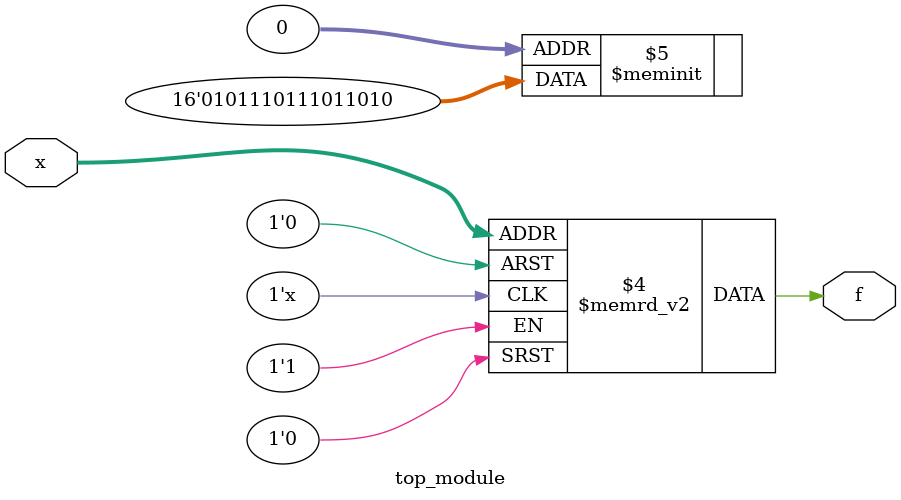
<source format=sv>
module top_module (
    input [4:1] x,
    output logic f
);

always_comb begin
    case (x)
        4'b0001, 4'b0011, 4'b0111, 4'b1011: f = 1'b1;
        4'b0100, 4'b0110, 4'b1000, 4'b1010, 4'b1100, 4'b1110: f = 1'b1; // Don't care conditions
        default: f = 1'b0;
    endcase
end

endmodule

</source>
